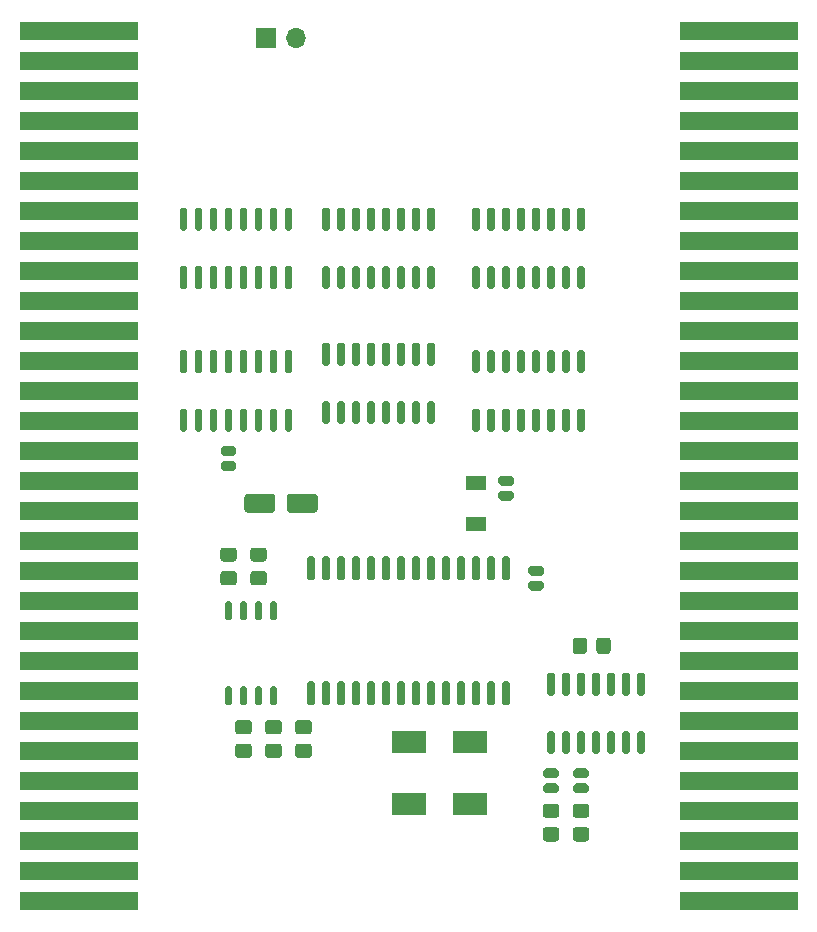
<source format=gbr>
%TF.GenerationSoftware,KiCad,Pcbnew,(5.1.8)-1*%
%TF.CreationDate,2021-03-10T17:43:25+01:00*%
%TF.ProjectId,Nes Sound Expansion,4e657320-536f-4756-9e64-20457870616e,rev?*%
%TF.SameCoordinates,Original*%
%TF.FileFunction,Soldermask,Bot*%
%TF.FilePolarity,Negative*%
%FSLAX46Y46*%
G04 Gerber Fmt 4.6, Leading zero omitted, Abs format (unit mm)*
G04 Created by KiCad (PCBNEW (5.1.8)-1) date 2021-03-10 17:43:25*
%MOMM*%
%LPD*%
G01*
G04 APERTURE LIST*
%ADD10R,10.000000X1.524000*%
%ADD11R,1.700000X1.300000*%
%ADD12R,3.000000X1.980000*%
%ADD13O,1.700000X1.700000*%
%ADD14R,1.700000X1.700000*%
G04 APERTURE END LIST*
D10*
%TO.C,J8*%
X72390000Y-119380000D03*
X72390000Y-116840000D03*
X72390000Y-114300000D03*
X72390000Y-111760000D03*
X72390000Y-109220000D03*
X72390000Y-106680000D03*
X72390000Y-104140000D03*
X72390000Y-101600000D03*
X72390000Y-99060000D03*
X72390000Y-96520000D03*
X72390000Y-93980000D03*
X72390000Y-91440000D03*
X72390000Y-88900000D03*
X72390000Y-86360000D03*
X72390000Y-83820000D03*
X72390000Y-81280000D03*
X72390000Y-78740000D03*
X72390000Y-76200000D03*
X72390000Y-73660000D03*
X72390000Y-71120000D03*
X72390000Y-68580000D03*
X72390000Y-66040000D03*
X72390000Y-63500000D03*
X72390000Y-60960000D03*
X72390000Y-58420000D03*
X72390000Y-55880000D03*
X72390000Y-53340000D03*
X72390000Y-50800000D03*
X72390000Y-48260000D03*
X72390000Y-45720000D03*
%TD*%
%TO.C,J4*%
X128270000Y-119380000D03*
X128270000Y-116840000D03*
X128270000Y-114300000D03*
X128270000Y-111760000D03*
X128270000Y-109220000D03*
X128270000Y-106680000D03*
X128270000Y-104140000D03*
X128270000Y-101600000D03*
X128270000Y-99060000D03*
X128270000Y-96520000D03*
X128270000Y-93980000D03*
X128270000Y-91440000D03*
X128270000Y-88900000D03*
X128270000Y-86360000D03*
X128270000Y-83820000D03*
X128270000Y-81280000D03*
X128270000Y-78740000D03*
X128270000Y-76200000D03*
X128270000Y-73660000D03*
X128270000Y-71120000D03*
X128270000Y-68580000D03*
X128270000Y-66040000D03*
X128270000Y-63500000D03*
X128270000Y-60960000D03*
X128270000Y-58420000D03*
X128270000Y-55880000D03*
X128270000Y-53340000D03*
X128270000Y-50800000D03*
X128270000Y-48260000D03*
X128270000Y-45720000D03*
%TD*%
%TO.C,C1*%
G36*
G01*
X109016250Y-84252500D02*
X108153750Y-84252500D01*
G75*
G02*
X107945000Y-84043750I0J208750D01*
G01*
X107945000Y-83626250D01*
G75*
G02*
X108153750Y-83417500I208750J0D01*
G01*
X109016250Y-83417500D01*
G75*
G02*
X109225000Y-83626250I0J-208750D01*
G01*
X109225000Y-84043750D01*
G75*
G02*
X109016250Y-84252500I-208750J0D01*
G01*
G37*
G36*
G01*
X109016250Y-85507500D02*
X108153750Y-85507500D01*
G75*
G02*
X107945000Y-85298750I0J208750D01*
G01*
X107945000Y-84881250D01*
G75*
G02*
X108153750Y-84672500I208750J0D01*
G01*
X109016250Y-84672500D01*
G75*
G02*
X109225000Y-84881250I0J-208750D01*
G01*
X109225000Y-85298750D01*
G75*
G02*
X109016250Y-85507500I-208750J0D01*
G01*
G37*
%TD*%
%TO.C,C3*%
G36*
G01*
X111963750Y-109422000D02*
X112826250Y-109422000D01*
G75*
G02*
X113035000Y-109630750I0J-208750D01*
G01*
X113035000Y-110048250D01*
G75*
G02*
X112826250Y-110257000I-208750J0D01*
G01*
X111963750Y-110257000D01*
G75*
G02*
X111755000Y-110048250I0J208750D01*
G01*
X111755000Y-109630750D01*
G75*
G02*
X111963750Y-109422000I208750J0D01*
G01*
G37*
G36*
G01*
X111963750Y-108167000D02*
X112826250Y-108167000D01*
G75*
G02*
X113035000Y-108375750I0J-208750D01*
G01*
X113035000Y-108793250D01*
G75*
G02*
X112826250Y-109002000I-208750J0D01*
G01*
X111963750Y-109002000D01*
G75*
G02*
X111755000Y-108793250I0J208750D01*
G01*
X111755000Y-108375750D01*
G75*
G02*
X111963750Y-108167000I208750J0D01*
G01*
G37*
%TD*%
%TO.C,C5*%
G36*
G01*
X110693750Y-92292500D02*
X111556250Y-92292500D01*
G75*
G02*
X111765000Y-92501250I0J-208750D01*
G01*
X111765000Y-92918750D01*
G75*
G02*
X111556250Y-93127500I-208750J0D01*
G01*
X110693750Y-93127500D01*
G75*
G02*
X110485000Y-92918750I0J208750D01*
G01*
X110485000Y-92501250D01*
G75*
G02*
X110693750Y-92292500I208750J0D01*
G01*
G37*
G36*
G01*
X110693750Y-91037500D02*
X111556250Y-91037500D01*
G75*
G02*
X111765000Y-91246250I0J-208750D01*
G01*
X111765000Y-91663750D01*
G75*
G02*
X111556250Y-91872500I-208750J0D01*
G01*
X110693750Y-91872500D01*
G75*
G02*
X110485000Y-91663750I0J208750D01*
G01*
X110485000Y-91246250D01*
G75*
G02*
X110693750Y-91037500I208750J0D01*
G01*
G37*
%TD*%
%TO.C,R5*%
G36*
G01*
X87179999Y-91475000D02*
X88080001Y-91475000D01*
G75*
G02*
X88330000Y-91724999I0J-249999D01*
G01*
X88330000Y-92425001D01*
G75*
G02*
X88080001Y-92675000I-249999J0D01*
G01*
X87179999Y-92675000D01*
G75*
G02*
X86930000Y-92425001I0J249999D01*
G01*
X86930000Y-91724999D01*
G75*
G02*
X87179999Y-91475000I249999J0D01*
G01*
G37*
G36*
G01*
X87179999Y-89475000D02*
X88080001Y-89475000D01*
G75*
G02*
X88330000Y-89724999I0J-249999D01*
G01*
X88330000Y-90425001D01*
G75*
G02*
X88080001Y-90675000I-249999J0D01*
G01*
X87179999Y-90675000D01*
G75*
G02*
X86930000Y-90425001I0J249999D01*
G01*
X86930000Y-89724999D01*
G75*
G02*
X87179999Y-89475000I249999J0D01*
G01*
G37*
%TD*%
%TO.C,R8*%
G36*
G01*
X85540001Y-90675000D02*
X84639999Y-90675000D01*
G75*
G02*
X84390000Y-90425001I0J249999D01*
G01*
X84390000Y-89724999D01*
G75*
G02*
X84639999Y-89475000I249999J0D01*
G01*
X85540001Y-89475000D01*
G75*
G02*
X85790000Y-89724999I0J-249999D01*
G01*
X85790000Y-90425001D01*
G75*
G02*
X85540001Y-90675000I-249999J0D01*
G01*
G37*
G36*
G01*
X85540001Y-92675000D02*
X84639999Y-92675000D01*
G75*
G02*
X84390000Y-92425001I0J249999D01*
G01*
X84390000Y-91724999D01*
G75*
G02*
X84639999Y-91475000I249999J0D01*
G01*
X85540001Y-91475000D01*
G75*
G02*
X85790000Y-91724999I0J-249999D01*
G01*
X85790000Y-92425001D01*
G75*
G02*
X85540001Y-92675000I-249999J0D01*
G01*
G37*
%TD*%
%TO.C,C4*%
G36*
G01*
X114503750Y-109422000D02*
X115366250Y-109422000D01*
G75*
G02*
X115575000Y-109630750I0J-208750D01*
G01*
X115575000Y-110048250D01*
G75*
G02*
X115366250Y-110257000I-208750J0D01*
G01*
X114503750Y-110257000D01*
G75*
G02*
X114295000Y-110048250I0J208750D01*
G01*
X114295000Y-109630750D01*
G75*
G02*
X114503750Y-109422000I208750J0D01*
G01*
G37*
G36*
G01*
X114503750Y-108167000D02*
X115366250Y-108167000D01*
G75*
G02*
X115575000Y-108375750I0J-208750D01*
G01*
X115575000Y-108793250D01*
G75*
G02*
X115366250Y-109002000I-208750J0D01*
G01*
X114503750Y-109002000D01*
G75*
G02*
X114295000Y-108793250I0J208750D01*
G01*
X114295000Y-108375750D01*
G75*
G02*
X114503750Y-108167000I208750J0D01*
G01*
G37*
%TD*%
%TO.C,C2*%
G36*
G01*
X90035000Y-86275000D02*
X90035000Y-85175000D01*
G75*
G02*
X90285000Y-84925000I250000J0D01*
G01*
X92385000Y-84925000D01*
G75*
G02*
X92635000Y-85175000I0J-250000D01*
G01*
X92635000Y-86275000D01*
G75*
G02*
X92385000Y-86525000I-250000J0D01*
G01*
X90285000Y-86525000D01*
G75*
G02*
X90035000Y-86275000I0J250000D01*
G01*
G37*
G36*
G01*
X86435000Y-86275000D02*
X86435000Y-85175000D01*
G75*
G02*
X86685000Y-84925000I250000J0D01*
G01*
X88785000Y-84925000D01*
G75*
G02*
X89035000Y-85175000I0J-250000D01*
G01*
X89035000Y-86275000D01*
G75*
G02*
X88785000Y-86525000I-250000J0D01*
G01*
X86685000Y-86525000D01*
G75*
G02*
X86435000Y-86275000I0J250000D01*
G01*
G37*
%TD*%
%TO.C,BU9480F1*%
G36*
G01*
X84940000Y-101225000D02*
X85240000Y-101225000D01*
G75*
G02*
X85390000Y-101375000I0J-150000D01*
G01*
X85390000Y-102675000D01*
G75*
G02*
X85240000Y-102825000I-150000J0D01*
G01*
X84940000Y-102825000D01*
G75*
G02*
X84790000Y-102675000I0J150000D01*
G01*
X84790000Y-101375000D01*
G75*
G02*
X84940000Y-101225000I150000J0D01*
G01*
G37*
G36*
G01*
X86210000Y-101225000D02*
X86510000Y-101225000D01*
G75*
G02*
X86660000Y-101375000I0J-150000D01*
G01*
X86660000Y-102675000D01*
G75*
G02*
X86510000Y-102825000I-150000J0D01*
G01*
X86210000Y-102825000D01*
G75*
G02*
X86060000Y-102675000I0J150000D01*
G01*
X86060000Y-101375000D01*
G75*
G02*
X86210000Y-101225000I150000J0D01*
G01*
G37*
G36*
G01*
X87480000Y-101225000D02*
X87780000Y-101225000D01*
G75*
G02*
X87930000Y-101375000I0J-150000D01*
G01*
X87930000Y-102675000D01*
G75*
G02*
X87780000Y-102825000I-150000J0D01*
G01*
X87480000Y-102825000D01*
G75*
G02*
X87330000Y-102675000I0J150000D01*
G01*
X87330000Y-101375000D01*
G75*
G02*
X87480000Y-101225000I150000J0D01*
G01*
G37*
G36*
G01*
X88750000Y-101225000D02*
X89050000Y-101225000D01*
G75*
G02*
X89200000Y-101375000I0J-150000D01*
G01*
X89200000Y-102675000D01*
G75*
G02*
X89050000Y-102825000I-150000J0D01*
G01*
X88750000Y-102825000D01*
G75*
G02*
X88600000Y-102675000I0J150000D01*
G01*
X88600000Y-101375000D01*
G75*
G02*
X88750000Y-101225000I150000J0D01*
G01*
G37*
G36*
G01*
X88750000Y-94025000D02*
X89050000Y-94025000D01*
G75*
G02*
X89200000Y-94175000I0J-150000D01*
G01*
X89200000Y-95475000D01*
G75*
G02*
X89050000Y-95625000I-150000J0D01*
G01*
X88750000Y-95625000D01*
G75*
G02*
X88600000Y-95475000I0J150000D01*
G01*
X88600000Y-94175000D01*
G75*
G02*
X88750000Y-94025000I150000J0D01*
G01*
G37*
G36*
G01*
X87480000Y-94025000D02*
X87780000Y-94025000D01*
G75*
G02*
X87930000Y-94175000I0J-150000D01*
G01*
X87930000Y-95475000D01*
G75*
G02*
X87780000Y-95625000I-150000J0D01*
G01*
X87480000Y-95625000D01*
G75*
G02*
X87330000Y-95475000I0J150000D01*
G01*
X87330000Y-94175000D01*
G75*
G02*
X87480000Y-94025000I150000J0D01*
G01*
G37*
G36*
G01*
X86210000Y-94025000D02*
X86510000Y-94025000D01*
G75*
G02*
X86660000Y-94175000I0J-150000D01*
G01*
X86660000Y-95475000D01*
G75*
G02*
X86510000Y-95625000I-150000J0D01*
G01*
X86210000Y-95625000D01*
G75*
G02*
X86060000Y-95475000I0J150000D01*
G01*
X86060000Y-94175000D01*
G75*
G02*
X86210000Y-94025000I150000J0D01*
G01*
G37*
G36*
G01*
X84940000Y-94025000D02*
X85240000Y-94025000D01*
G75*
G02*
X85390000Y-94175000I0J-150000D01*
G01*
X85390000Y-95475000D01*
G75*
G02*
X85240000Y-95625000I-150000J0D01*
G01*
X84940000Y-95625000D01*
G75*
G02*
X84790000Y-95475000I0J150000D01*
G01*
X84790000Y-94175000D01*
G75*
G02*
X84940000Y-94025000I150000J0D01*
G01*
G37*
%TD*%
%TO.C,U2*%
G36*
G01*
X120165000Y-102005000D02*
X119865000Y-102005000D01*
G75*
G02*
X119715000Y-101855000I0J150000D01*
G01*
X119715000Y-100205000D01*
G75*
G02*
X119865000Y-100055000I150000J0D01*
G01*
X120165000Y-100055000D01*
G75*
G02*
X120315000Y-100205000I0J-150000D01*
G01*
X120315000Y-101855000D01*
G75*
G02*
X120165000Y-102005000I-150000J0D01*
G01*
G37*
G36*
G01*
X118895000Y-102005000D02*
X118595000Y-102005000D01*
G75*
G02*
X118445000Y-101855000I0J150000D01*
G01*
X118445000Y-100205000D01*
G75*
G02*
X118595000Y-100055000I150000J0D01*
G01*
X118895000Y-100055000D01*
G75*
G02*
X119045000Y-100205000I0J-150000D01*
G01*
X119045000Y-101855000D01*
G75*
G02*
X118895000Y-102005000I-150000J0D01*
G01*
G37*
G36*
G01*
X117625000Y-102005000D02*
X117325000Y-102005000D01*
G75*
G02*
X117175000Y-101855000I0J150000D01*
G01*
X117175000Y-100205000D01*
G75*
G02*
X117325000Y-100055000I150000J0D01*
G01*
X117625000Y-100055000D01*
G75*
G02*
X117775000Y-100205000I0J-150000D01*
G01*
X117775000Y-101855000D01*
G75*
G02*
X117625000Y-102005000I-150000J0D01*
G01*
G37*
G36*
G01*
X116355000Y-102005000D02*
X116055000Y-102005000D01*
G75*
G02*
X115905000Y-101855000I0J150000D01*
G01*
X115905000Y-100205000D01*
G75*
G02*
X116055000Y-100055000I150000J0D01*
G01*
X116355000Y-100055000D01*
G75*
G02*
X116505000Y-100205000I0J-150000D01*
G01*
X116505000Y-101855000D01*
G75*
G02*
X116355000Y-102005000I-150000J0D01*
G01*
G37*
G36*
G01*
X115085000Y-102005000D02*
X114785000Y-102005000D01*
G75*
G02*
X114635000Y-101855000I0J150000D01*
G01*
X114635000Y-100205000D01*
G75*
G02*
X114785000Y-100055000I150000J0D01*
G01*
X115085000Y-100055000D01*
G75*
G02*
X115235000Y-100205000I0J-150000D01*
G01*
X115235000Y-101855000D01*
G75*
G02*
X115085000Y-102005000I-150000J0D01*
G01*
G37*
G36*
G01*
X113815000Y-102005000D02*
X113515000Y-102005000D01*
G75*
G02*
X113365000Y-101855000I0J150000D01*
G01*
X113365000Y-100205000D01*
G75*
G02*
X113515000Y-100055000I150000J0D01*
G01*
X113815000Y-100055000D01*
G75*
G02*
X113965000Y-100205000I0J-150000D01*
G01*
X113965000Y-101855000D01*
G75*
G02*
X113815000Y-102005000I-150000J0D01*
G01*
G37*
G36*
G01*
X112545000Y-102005000D02*
X112245000Y-102005000D01*
G75*
G02*
X112095000Y-101855000I0J150000D01*
G01*
X112095000Y-100205000D01*
G75*
G02*
X112245000Y-100055000I150000J0D01*
G01*
X112545000Y-100055000D01*
G75*
G02*
X112695000Y-100205000I0J-150000D01*
G01*
X112695000Y-101855000D01*
G75*
G02*
X112545000Y-102005000I-150000J0D01*
G01*
G37*
G36*
G01*
X112545000Y-106955000D02*
X112245000Y-106955000D01*
G75*
G02*
X112095000Y-106805000I0J150000D01*
G01*
X112095000Y-105155000D01*
G75*
G02*
X112245000Y-105005000I150000J0D01*
G01*
X112545000Y-105005000D01*
G75*
G02*
X112695000Y-105155000I0J-150000D01*
G01*
X112695000Y-106805000D01*
G75*
G02*
X112545000Y-106955000I-150000J0D01*
G01*
G37*
G36*
G01*
X113815000Y-106955000D02*
X113515000Y-106955000D01*
G75*
G02*
X113365000Y-106805000I0J150000D01*
G01*
X113365000Y-105155000D01*
G75*
G02*
X113515000Y-105005000I150000J0D01*
G01*
X113815000Y-105005000D01*
G75*
G02*
X113965000Y-105155000I0J-150000D01*
G01*
X113965000Y-106805000D01*
G75*
G02*
X113815000Y-106955000I-150000J0D01*
G01*
G37*
G36*
G01*
X115085000Y-106955000D02*
X114785000Y-106955000D01*
G75*
G02*
X114635000Y-106805000I0J150000D01*
G01*
X114635000Y-105155000D01*
G75*
G02*
X114785000Y-105005000I150000J0D01*
G01*
X115085000Y-105005000D01*
G75*
G02*
X115235000Y-105155000I0J-150000D01*
G01*
X115235000Y-106805000D01*
G75*
G02*
X115085000Y-106955000I-150000J0D01*
G01*
G37*
G36*
G01*
X116355000Y-106955000D02*
X116055000Y-106955000D01*
G75*
G02*
X115905000Y-106805000I0J150000D01*
G01*
X115905000Y-105155000D01*
G75*
G02*
X116055000Y-105005000I150000J0D01*
G01*
X116355000Y-105005000D01*
G75*
G02*
X116505000Y-105155000I0J-150000D01*
G01*
X116505000Y-106805000D01*
G75*
G02*
X116355000Y-106955000I-150000J0D01*
G01*
G37*
G36*
G01*
X117625000Y-106955000D02*
X117325000Y-106955000D01*
G75*
G02*
X117175000Y-106805000I0J150000D01*
G01*
X117175000Y-105155000D01*
G75*
G02*
X117325000Y-105005000I150000J0D01*
G01*
X117625000Y-105005000D01*
G75*
G02*
X117775000Y-105155000I0J-150000D01*
G01*
X117775000Y-106805000D01*
G75*
G02*
X117625000Y-106955000I-150000J0D01*
G01*
G37*
G36*
G01*
X118895000Y-106955000D02*
X118595000Y-106955000D01*
G75*
G02*
X118445000Y-106805000I0J150000D01*
G01*
X118445000Y-105155000D01*
G75*
G02*
X118595000Y-105005000I150000J0D01*
G01*
X118895000Y-105005000D01*
G75*
G02*
X119045000Y-105155000I0J-150000D01*
G01*
X119045000Y-106805000D01*
G75*
G02*
X118895000Y-106955000I-150000J0D01*
G01*
G37*
G36*
G01*
X120165000Y-106955000D02*
X119865000Y-106955000D01*
G75*
G02*
X119715000Y-106805000I0J150000D01*
G01*
X119715000Y-105155000D01*
G75*
G02*
X119865000Y-105005000I150000J0D01*
G01*
X120165000Y-105005000D01*
G75*
G02*
X120315000Y-105155000I0J-150000D01*
G01*
X120315000Y-106805000D01*
G75*
G02*
X120165000Y-106955000I-150000J0D01*
G01*
G37*
%TD*%
%TO.C,U10*%
G36*
G01*
X115085000Y-62635000D02*
X114785000Y-62635000D01*
G75*
G02*
X114635000Y-62485000I0J150000D01*
G01*
X114635000Y-60835000D01*
G75*
G02*
X114785000Y-60685000I150000J0D01*
G01*
X115085000Y-60685000D01*
G75*
G02*
X115235000Y-60835000I0J-150000D01*
G01*
X115235000Y-62485000D01*
G75*
G02*
X115085000Y-62635000I-150000J0D01*
G01*
G37*
G36*
G01*
X113815000Y-62635000D02*
X113515000Y-62635000D01*
G75*
G02*
X113365000Y-62485000I0J150000D01*
G01*
X113365000Y-60835000D01*
G75*
G02*
X113515000Y-60685000I150000J0D01*
G01*
X113815000Y-60685000D01*
G75*
G02*
X113965000Y-60835000I0J-150000D01*
G01*
X113965000Y-62485000D01*
G75*
G02*
X113815000Y-62635000I-150000J0D01*
G01*
G37*
G36*
G01*
X112545000Y-62635000D02*
X112245000Y-62635000D01*
G75*
G02*
X112095000Y-62485000I0J150000D01*
G01*
X112095000Y-60835000D01*
G75*
G02*
X112245000Y-60685000I150000J0D01*
G01*
X112545000Y-60685000D01*
G75*
G02*
X112695000Y-60835000I0J-150000D01*
G01*
X112695000Y-62485000D01*
G75*
G02*
X112545000Y-62635000I-150000J0D01*
G01*
G37*
G36*
G01*
X111275000Y-62635000D02*
X110975000Y-62635000D01*
G75*
G02*
X110825000Y-62485000I0J150000D01*
G01*
X110825000Y-60835000D01*
G75*
G02*
X110975000Y-60685000I150000J0D01*
G01*
X111275000Y-60685000D01*
G75*
G02*
X111425000Y-60835000I0J-150000D01*
G01*
X111425000Y-62485000D01*
G75*
G02*
X111275000Y-62635000I-150000J0D01*
G01*
G37*
G36*
G01*
X110005000Y-62635000D02*
X109705000Y-62635000D01*
G75*
G02*
X109555000Y-62485000I0J150000D01*
G01*
X109555000Y-60835000D01*
G75*
G02*
X109705000Y-60685000I150000J0D01*
G01*
X110005000Y-60685000D01*
G75*
G02*
X110155000Y-60835000I0J-150000D01*
G01*
X110155000Y-62485000D01*
G75*
G02*
X110005000Y-62635000I-150000J0D01*
G01*
G37*
G36*
G01*
X108735000Y-62635000D02*
X108435000Y-62635000D01*
G75*
G02*
X108285000Y-62485000I0J150000D01*
G01*
X108285000Y-60835000D01*
G75*
G02*
X108435000Y-60685000I150000J0D01*
G01*
X108735000Y-60685000D01*
G75*
G02*
X108885000Y-60835000I0J-150000D01*
G01*
X108885000Y-62485000D01*
G75*
G02*
X108735000Y-62635000I-150000J0D01*
G01*
G37*
G36*
G01*
X107465000Y-62635000D02*
X107165000Y-62635000D01*
G75*
G02*
X107015000Y-62485000I0J150000D01*
G01*
X107015000Y-60835000D01*
G75*
G02*
X107165000Y-60685000I150000J0D01*
G01*
X107465000Y-60685000D01*
G75*
G02*
X107615000Y-60835000I0J-150000D01*
G01*
X107615000Y-62485000D01*
G75*
G02*
X107465000Y-62635000I-150000J0D01*
G01*
G37*
G36*
G01*
X106195000Y-62635000D02*
X105895000Y-62635000D01*
G75*
G02*
X105745000Y-62485000I0J150000D01*
G01*
X105745000Y-60835000D01*
G75*
G02*
X105895000Y-60685000I150000J0D01*
G01*
X106195000Y-60685000D01*
G75*
G02*
X106345000Y-60835000I0J-150000D01*
G01*
X106345000Y-62485000D01*
G75*
G02*
X106195000Y-62635000I-150000J0D01*
G01*
G37*
G36*
G01*
X106195000Y-67585000D02*
X105895000Y-67585000D01*
G75*
G02*
X105745000Y-67435000I0J150000D01*
G01*
X105745000Y-65785000D01*
G75*
G02*
X105895000Y-65635000I150000J0D01*
G01*
X106195000Y-65635000D01*
G75*
G02*
X106345000Y-65785000I0J-150000D01*
G01*
X106345000Y-67435000D01*
G75*
G02*
X106195000Y-67585000I-150000J0D01*
G01*
G37*
G36*
G01*
X107465000Y-67585000D02*
X107165000Y-67585000D01*
G75*
G02*
X107015000Y-67435000I0J150000D01*
G01*
X107015000Y-65785000D01*
G75*
G02*
X107165000Y-65635000I150000J0D01*
G01*
X107465000Y-65635000D01*
G75*
G02*
X107615000Y-65785000I0J-150000D01*
G01*
X107615000Y-67435000D01*
G75*
G02*
X107465000Y-67585000I-150000J0D01*
G01*
G37*
G36*
G01*
X108735000Y-67585000D02*
X108435000Y-67585000D01*
G75*
G02*
X108285000Y-67435000I0J150000D01*
G01*
X108285000Y-65785000D01*
G75*
G02*
X108435000Y-65635000I150000J0D01*
G01*
X108735000Y-65635000D01*
G75*
G02*
X108885000Y-65785000I0J-150000D01*
G01*
X108885000Y-67435000D01*
G75*
G02*
X108735000Y-67585000I-150000J0D01*
G01*
G37*
G36*
G01*
X110005000Y-67585000D02*
X109705000Y-67585000D01*
G75*
G02*
X109555000Y-67435000I0J150000D01*
G01*
X109555000Y-65785000D01*
G75*
G02*
X109705000Y-65635000I150000J0D01*
G01*
X110005000Y-65635000D01*
G75*
G02*
X110155000Y-65785000I0J-150000D01*
G01*
X110155000Y-67435000D01*
G75*
G02*
X110005000Y-67585000I-150000J0D01*
G01*
G37*
G36*
G01*
X111275000Y-67585000D02*
X110975000Y-67585000D01*
G75*
G02*
X110825000Y-67435000I0J150000D01*
G01*
X110825000Y-65785000D01*
G75*
G02*
X110975000Y-65635000I150000J0D01*
G01*
X111275000Y-65635000D01*
G75*
G02*
X111425000Y-65785000I0J-150000D01*
G01*
X111425000Y-67435000D01*
G75*
G02*
X111275000Y-67585000I-150000J0D01*
G01*
G37*
G36*
G01*
X112545000Y-67585000D02*
X112245000Y-67585000D01*
G75*
G02*
X112095000Y-67435000I0J150000D01*
G01*
X112095000Y-65785000D01*
G75*
G02*
X112245000Y-65635000I150000J0D01*
G01*
X112545000Y-65635000D01*
G75*
G02*
X112695000Y-65785000I0J-150000D01*
G01*
X112695000Y-67435000D01*
G75*
G02*
X112545000Y-67585000I-150000J0D01*
G01*
G37*
G36*
G01*
X113815000Y-67585000D02*
X113515000Y-67585000D01*
G75*
G02*
X113365000Y-67435000I0J150000D01*
G01*
X113365000Y-65785000D01*
G75*
G02*
X113515000Y-65635000I150000J0D01*
G01*
X113815000Y-65635000D01*
G75*
G02*
X113965000Y-65785000I0J-150000D01*
G01*
X113965000Y-67435000D01*
G75*
G02*
X113815000Y-67585000I-150000J0D01*
G01*
G37*
G36*
G01*
X115085000Y-67585000D02*
X114785000Y-67585000D01*
G75*
G02*
X114635000Y-67435000I0J150000D01*
G01*
X114635000Y-65785000D01*
G75*
G02*
X114785000Y-65635000I150000J0D01*
G01*
X115085000Y-65635000D01*
G75*
G02*
X115235000Y-65785000I0J-150000D01*
G01*
X115235000Y-67435000D01*
G75*
G02*
X115085000Y-67585000I-150000J0D01*
G01*
G37*
%TD*%
%TO.C,U1*%
G36*
G01*
X115085000Y-74700000D02*
X114785000Y-74700000D01*
G75*
G02*
X114635000Y-74550000I0J150000D01*
G01*
X114635000Y-72900000D01*
G75*
G02*
X114785000Y-72750000I150000J0D01*
G01*
X115085000Y-72750000D01*
G75*
G02*
X115235000Y-72900000I0J-150000D01*
G01*
X115235000Y-74550000D01*
G75*
G02*
X115085000Y-74700000I-150000J0D01*
G01*
G37*
G36*
G01*
X113815000Y-74700000D02*
X113515000Y-74700000D01*
G75*
G02*
X113365000Y-74550000I0J150000D01*
G01*
X113365000Y-72900000D01*
G75*
G02*
X113515000Y-72750000I150000J0D01*
G01*
X113815000Y-72750000D01*
G75*
G02*
X113965000Y-72900000I0J-150000D01*
G01*
X113965000Y-74550000D01*
G75*
G02*
X113815000Y-74700000I-150000J0D01*
G01*
G37*
G36*
G01*
X112545000Y-74700000D02*
X112245000Y-74700000D01*
G75*
G02*
X112095000Y-74550000I0J150000D01*
G01*
X112095000Y-72900000D01*
G75*
G02*
X112245000Y-72750000I150000J0D01*
G01*
X112545000Y-72750000D01*
G75*
G02*
X112695000Y-72900000I0J-150000D01*
G01*
X112695000Y-74550000D01*
G75*
G02*
X112545000Y-74700000I-150000J0D01*
G01*
G37*
G36*
G01*
X111275000Y-74700000D02*
X110975000Y-74700000D01*
G75*
G02*
X110825000Y-74550000I0J150000D01*
G01*
X110825000Y-72900000D01*
G75*
G02*
X110975000Y-72750000I150000J0D01*
G01*
X111275000Y-72750000D01*
G75*
G02*
X111425000Y-72900000I0J-150000D01*
G01*
X111425000Y-74550000D01*
G75*
G02*
X111275000Y-74700000I-150000J0D01*
G01*
G37*
G36*
G01*
X110005000Y-74700000D02*
X109705000Y-74700000D01*
G75*
G02*
X109555000Y-74550000I0J150000D01*
G01*
X109555000Y-72900000D01*
G75*
G02*
X109705000Y-72750000I150000J0D01*
G01*
X110005000Y-72750000D01*
G75*
G02*
X110155000Y-72900000I0J-150000D01*
G01*
X110155000Y-74550000D01*
G75*
G02*
X110005000Y-74700000I-150000J0D01*
G01*
G37*
G36*
G01*
X108735000Y-74700000D02*
X108435000Y-74700000D01*
G75*
G02*
X108285000Y-74550000I0J150000D01*
G01*
X108285000Y-72900000D01*
G75*
G02*
X108435000Y-72750000I150000J0D01*
G01*
X108735000Y-72750000D01*
G75*
G02*
X108885000Y-72900000I0J-150000D01*
G01*
X108885000Y-74550000D01*
G75*
G02*
X108735000Y-74700000I-150000J0D01*
G01*
G37*
G36*
G01*
X107465000Y-74700000D02*
X107165000Y-74700000D01*
G75*
G02*
X107015000Y-74550000I0J150000D01*
G01*
X107015000Y-72900000D01*
G75*
G02*
X107165000Y-72750000I150000J0D01*
G01*
X107465000Y-72750000D01*
G75*
G02*
X107615000Y-72900000I0J-150000D01*
G01*
X107615000Y-74550000D01*
G75*
G02*
X107465000Y-74700000I-150000J0D01*
G01*
G37*
G36*
G01*
X106195000Y-74700000D02*
X105895000Y-74700000D01*
G75*
G02*
X105745000Y-74550000I0J150000D01*
G01*
X105745000Y-72900000D01*
G75*
G02*
X105895000Y-72750000I150000J0D01*
G01*
X106195000Y-72750000D01*
G75*
G02*
X106345000Y-72900000I0J-150000D01*
G01*
X106345000Y-74550000D01*
G75*
G02*
X106195000Y-74700000I-150000J0D01*
G01*
G37*
G36*
G01*
X106195000Y-79650000D02*
X105895000Y-79650000D01*
G75*
G02*
X105745000Y-79500000I0J150000D01*
G01*
X105745000Y-77850000D01*
G75*
G02*
X105895000Y-77700000I150000J0D01*
G01*
X106195000Y-77700000D01*
G75*
G02*
X106345000Y-77850000I0J-150000D01*
G01*
X106345000Y-79500000D01*
G75*
G02*
X106195000Y-79650000I-150000J0D01*
G01*
G37*
G36*
G01*
X107465000Y-79650000D02*
X107165000Y-79650000D01*
G75*
G02*
X107015000Y-79500000I0J150000D01*
G01*
X107015000Y-77850000D01*
G75*
G02*
X107165000Y-77700000I150000J0D01*
G01*
X107465000Y-77700000D01*
G75*
G02*
X107615000Y-77850000I0J-150000D01*
G01*
X107615000Y-79500000D01*
G75*
G02*
X107465000Y-79650000I-150000J0D01*
G01*
G37*
G36*
G01*
X108735000Y-79650000D02*
X108435000Y-79650000D01*
G75*
G02*
X108285000Y-79500000I0J150000D01*
G01*
X108285000Y-77850000D01*
G75*
G02*
X108435000Y-77700000I150000J0D01*
G01*
X108735000Y-77700000D01*
G75*
G02*
X108885000Y-77850000I0J-150000D01*
G01*
X108885000Y-79500000D01*
G75*
G02*
X108735000Y-79650000I-150000J0D01*
G01*
G37*
G36*
G01*
X110005000Y-79650000D02*
X109705000Y-79650000D01*
G75*
G02*
X109555000Y-79500000I0J150000D01*
G01*
X109555000Y-77850000D01*
G75*
G02*
X109705000Y-77700000I150000J0D01*
G01*
X110005000Y-77700000D01*
G75*
G02*
X110155000Y-77850000I0J-150000D01*
G01*
X110155000Y-79500000D01*
G75*
G02*
X110005000Y-79650000I-150000J0D01*
G01*
G37*
G36*
G01*
X111275000Y-79650000D02*
X110975000Y-79650000D01*
G75*
G02*
X110825000Y-79500000I0J150000D01*
G01*
X110825000Y-77850000D01*
G75*
G02*
X110975000Y-77700000I150000J0D01*
G01*
X111275000Y-77700000D01*
G75*
G02*
X111425000Y-77850000I0J-150000D01*
G01*
X111425000Y-79500000D01*
G75*
G02*
X111275000Y-79650000I-150000J0D01*
G01*
G37*
G36*
G01*
X112545000Y-79650000D02*
X112245000Y-79650000D01*
G75*
G02*
X112095000Y-79500000I0J150000D01*
G01*
X112095000Y-77850000D01*
G75*
G02*
X112245000Y-77700000I150000J0D01*
G01*
X112545000Y-77700000D01*
G75*
G02*
X112695000Y-77850000I0J-150000D01*
G01*
X112695000Y-79500000D01*
G75*
G02*
X112545000Y-79650000I-150000J0D01*
G01*
G37*
G36*
G01*
X113815000Y-79650000D02*
X113515000Y-79650000D01*
G75*
G02*
X113365000Y-79500000I0J150000D01*
G01*
X113365000Y-77850000D01*
G75*
G02*
X113515000Y-77700000I150000J0D01*
G01*
X113815000Y-77700000D01*
G75*
G02*
X113965000Y-77850000I0J-150000D01*
G01*
X113965000Y-79500000D01*
G75*
G02*
X113815000Y-79650000I-150000J0D01*
G01*
G37*
G36*
G01*
X115085000Y-79650000D02*
X114785000Y-79650000D01*
G75*
G02*
X114635000Y-79500000I0J150000D01*
G01*
X114635000Y-77850000D01*
G75*
G02*
X114785000Y-77700000I150000J0D01*
G01*
X115085000Y-77700000D01*
G75*
G02*
X115235000Y-77850000I0J-150000D01*
G01*
X115235000Y-79500000D01*
G75*
G02*
X115085000Y-79650000I-150000J0D01*
G01*
G37*
%TD*%
%TO.C,U9*%
G36*
G01*
X81130000Y-77700000D02*
X81430000Y-77700000D01*
G75*
G02*
X81580000Y-77850000I0J-150000D01*
G01*
X81580000Y-79500000D01*
G75*
G02*
X81430000Y-79650000I-150000J0D01*
G01*
X81130000Y-79650000D01*
G75*
G02*
X80980000Y-79500000I0J150000D01*
G01*
X80980000Y-77850000D01*
G75*
G02*
X81130000Y-77700000I150000J0D01*
G01*
G37*
G36*
G01*
X82400000Y-77700000D02*
X82700000Y-77700000D01*
G75*
G02*
X82850000Y-77850000I0J-150000D01*
G01*
X82850000Y-79500000D01*
G75*
G02*
X82700000Y-79650000I-150000J0D01*
G01*
X82400000Y-79650000D01*
G75*
G02*
X82250000Y-79500000I0J150000D01*
G01*
X82250000Y-77850000D01*
G75*
G02*
X82400000Y-77700000I150000J0D01*
G01*
G37*
G36*
G01*
X83670000Y-77700000D02*
X83970000Y-77700000D01*
G75*
G02*
X84120000Y-77850000I0J-150000D01*
G01*
X84120000Y-79500000D01*
G75*
G02*
X83970000Y-79650000I-150000J0D01*
G01*
X83670000Y-79650000D01*
G75*
G02*
X83520000Y-79500000I0J150000D01*
G01*
X83520000Y-77850000D01*
G75*
G02*
X83670000Y-77700000I150000J0D01*
G01*
G37*
G36*
G01*
X84940000Y-77700000D02*
X85240000Y-77700000D01*
G75*
G02*
X85390000Y-77850000I0J-150000D01*
G01*
X85390000Y-79500000D01*
G75*
G02*
X85240000Y-79650000I-150000J0D01*
G01*
X84940000Y-79650000D01*
G75*
G02*
X84790000Y-79500000I0J150000D01*
G01*
X84790000Y-77850000D01*
G75*
G02*
X84940000Y-77700000I150000J0D01*
G01*
G37*
G36*
G01*
X86210000Y-77700000D02*
X86510000Y-77700000D01*
G75*
G02*
X86660000Y-77850000I0J-150000D01*
G01*
X86660000Y-79500000D01*
G75*
G02*
X86510000Y-79650000I-150000J0D01*
G01*
X86210000Y-79650000D01*
G75*
G02*
X86060000Y-79500000I0J150000D01*
G01*
X86060000Y-77850000D01*
G75*
G02*
X86210000Y-77700000I150000J0D01*
G01*
G37*
G36*
G01*
X87480000Y-77700000D02*
X87780000Y-77700000D01*
G75*
G02*
X87930000Y-77850000I0J-150000D01*
G01*
X87930000Y-79500000D01*
G75*
G02*
X87780000Y-79650000I-150000J0D01*
G01*
X87480000Y-79650000D01*
G75*
G02*
X87330000Y-79500000I0J150000D01*
G01*
X87330000Y-77850000D01*
G75*
G02*
X87480000Y-77700000I150000J0D01*
G01*
G37*
G36*
G01*
X88750000Y-77700000D02*
X89050000Y-77700000D01*
G75*
G02*
X89200000Y-77850000I0J-150000D01*
G01*
X89200000Y-79500000D01*
G75*
G02*
X89050000Y-79650000I-150000J0D01*
G01*
X88750000Y-79650000D01*
G75*
G02*
X88600000Y-79500000I0J150000D01*
G01*
X88600000Y-77850000D01*
G75*
G02*
X88750000Y-77700000I150000J0D01*
G01*
G37*
G36*
G01*
X90020000Y-77700000D02*
X90320000Y-77700000D01*
G75*
G02*
X90470000Y-77850000I0J-150000D01*
G01*
X90470000Y-79500000D01*
G75*
G02*
X90320000Y-79650000I-150000J0D01*
G01*
X90020000Y-79650000D01*
G75*
G02*
X89870000Y-79500000I0J150000D01*
G01*
X89870000Y-77850000D01*
G75*
G02*
X90020000Y-77700000I150000J0D01*
G01*
G37*
G36*
G01*
X90020000Y-72750000D02*
X90320000Y-72750000D01*
G75*
G02*
X90470000Y-72900000I0J-150000D01*
G01*
X90470000Y-74550000D01*
G75*
G02*
X90320000Y-74700000I-150000J0D01*
G01*
X90020000Y-74700000D01*
G75*
G02*
X89870000Y-74550000I0J150000D01*
G01*
X89870000Y-72900000D01*
G75*
G02*
X90020000Y-72750000I150000J0D01*
G01*
G37*
G36*
G01*
X88750000Y-72750000D02*
X89050000Y-72750000D01*
G75*
G02*
X89200000Y-72900000I0J-150000D01*
G01*
X89200000Y-74550000D01*
G75*
G02*
X89050000Y-74700000I-150000J0D01*
G01*
X88750000Y-74700000D01*
G75*
G02*
X88600000Y-74550000I0J150000D01*
G01*
X88600000Y-72900000D01*
G75*
G02*
X88750000Y-72750000I150000J0D01*
G01*
G37*
G36*
G01*
X87480000Y-72750000D02*
X87780000Y-72750000D01*
G75*
G02*
X87930000Y-72900000I0J-150000D01*
G01*
X87930000Y-74550000D01*
G75*
G02*
X87780000Y-74700000I-150000J0D01*
G01*
X87480000Y-74700000D01*
G75*
G02*
X87330000Y-74550000I0J150000D01*
G01*
X87330000Y-72900000D01*
G75*
G02*
X87480000Y-72750000I150000J0D01*
G01*
G37*
G36*
G01*
X86210000Y-72750000D02*
X86510000Y-72750000D01*
G75*
G02*
X86660000Y-72900000I0J-150000D01*
G01*
X86660000Y-74550000D01*
G75*
G02*
X86510000Y-74700000I-150000J0D01*
G01*
X86210000Y-74700000D01*
G75*
G02*
X86060000Y-74550000I0J150000D01*
G01*
X86060000Y-72900000D01*
G75*
G02*
X86210000Y-72750000I150000J0D01*
G01*
G37*
G36*
G01*
X84940000Y-72750000D02*
X85240000Y-72750000D01*
G75*
G02*
X85390000Y-72900000I0J-150000D01*
G01*
X85390000Y-74550000D01*
G75*
G02*
X85240000Y-74700000I-150000J0D01*
G01*
X84940000Y-74700000D01*
G75*
G02*
X84790000Y-74550000I0J150000D01*
G01*
X84790000Y-72900000D01*
G75*
G02*
X84940000Y-72750000I150000J0D01*
G01*
G37*
G36*
G01*
X83670000Y-72750000D02*
X83970000Y-72750000D01*
G75*
G02*
X84120000Y-72900000I0J-150000D01*
G01*
X84120000Y-74550000D01*
G75*
G02*
X83970000Y-74700000I-150000J0D01*
G01*
X83670000Y-74700000D01*
G75*
G02*
X83520000Y-74550000I0J150000D01*
G01*
X83520000Y-72900000D01*
G75*
G02*
X83670000Y-72750000I150000J0D01*
G01*
G37*
G36*
G01*
X82400000Y-72750000D02*
X82700000Y-72750000D01*
G75*
G02*
X82850000Y-72900000I0J-150000D01*
G01*
X82850000Y-74550000D01*
G75*
G02*
X82700000Y-74700000I-150000J0D01*
G01*
X82400000Y-74700000D01*
G75*
G02*
X82250000Y-74550000I0J150000D01*
G01*
X82250000Y-72900000D01*
G75*
G02*
X82400000Y-72750000I150000J0D01*
G01*
G37*
G36*
G01*
X81130000Y-72750000D02*
X81430000Y-72750000D01*
G75*
G02*
X81580000Y-72900000I0J-150000D01*
G01*
X81580000Y-74550000D01*
G75*
G02*
X81430000Y-74700000I-150000J0D01*
G01*
X81130000Y-74700000D01*
G75*
G02*
X80980000Y-74550000I0J150000D01*
G01*
X80980000Y-72900000D01*
G75*
G02*
X81130000Y-72750000I150000J0D01*
G01*
G37*
%TD*%
%TO.C,U8*%
G36*
G01*
X93195000Y-77065000D02*
X93495000Y-77065000D01*
G75*
G02*
X93645000Y-77215000I0J-150000D01*
G01*
X93645000Y-78865000D01*
G75*
G02*
X93495000Y-79015000I-150000J0D01*
G01*
X93195000Y-79015000D01*
G75*
G02*
X93045000Y-78865000I0J150000D01*
G01*
X93045000Y-77215000D01*
G75*
G02*
X93195000Y-77065000I150000J0D01*
G01*
G37*
G36*
G01*
X94465000Y-77065000D02*
X94765000Y-77065000D01*
G75*
G02*
X94915000Y-77215000I0J-150000D01*
G01*
X94915000Y-78865000D01*
G75*
G02*
X94765000Y-79015000I-150000J0D01*
G01*
X94465000Y-79015000D01*
G75*
G02*
X94315000Y-78865000I0J150000D01*
G01*
X94315000Y-77215000D01*
G75*
G02*
X94465000Y-77065000I150000J0D01*
G01*
G37*
G36*
G01*
X95735000Y-77065000D02*
X96035000Y-77065000D01*
G75*
G02*
X96185000Y-77215000I0J-150000D01*
G01*
X96185000Y-78865000D01*
G75*
G02*
X96035000Y-79015000I-150000J0D01*
G01*
X95735000Y-79015000D01*
G75*
G02*
X95585000Y-78865000I0J150000D01*
G01*
X95585000Y-77215000D01*
G75*
G02*
X95735000Y-77065000I150000J0D01*
G01*
G37*
G36*
G01*
X97005000Y-77065000D02*
X97305000Y-77065000D01*
G75*
G02*
X97455000Y-77215000I0J-150000D01*
G01*
X97455000Y-78865000D01*
G75*
G02*
X97305000Y-79015000I-150000J0D01*
G01*
X97005000Y-79015000D01*
G75*
G02*
X96855000Y-78865000I0J150000D01*
G01*
X96855000Y-77215000D01*
G75*
G02*
X97005000Y-77065000I150000J0D01*
G01*
G37*
G36*
G01*
X98275000Y-77065000D02*
X98575000Y-77065000D01*
G75*
G02*
X98725000Y-77215000I0J-150000D01*
G01*
X98725000Y-78865000D01*
G75*
G02*
X98575000Y-79015000I-150000J0D01*
G01*
X98275000Y-79015000D01*
G75*
G02*
X98125000Y-78865000I0J150000D01*
G01*
X98125000Y-77215000D01*
G75*
G02*
X98275000Y-77065000I150000J0D01*
G01*
G37*
G36*
G01*
X99545000Y-77065000D02*
X99845000Y-77065000D01*
G75*
G02*
X99995000Y-77215000I0J-150000D01*
G01*
X99995000Y-78865000D01*
G75*
G02*
X99845000Y-79015000I-150000J0D01*
G01*
X99545000Y-79015000D01*
G75*
G02*
X99395000Y-78865000I0J150000D01*
G01*
X99395000Y-77215000D01*
G75*
G02*
X99545000Y-77065000I150000J0D01*
G01*
G37*
G36*
G01*
X100815000Y-77065000D02*
X101115000Y-77065000D01*
G75*
G02*
X101265000Y-77215000I0J-150000D01*
G01*
X101265000Y-78865000D01*
G75*
G02*
X101115000Y-79015000I-150000J0D01*
G01*
X100815000Y-79015000D01*
G75*
G02*
X100665000Y-78865000I0J150000D01*
G01*
X100665000Y-77215000D01*
G75*
G02*
X100815000Y-77065000I150000J0D01*
G01*
G37*
G36*
G01*
X102085000Y-77065000D02*
X102385000Y-77065000D01*
G75*
G02*
X102535000Y-77215000I0J-150000D01*
G01*
X102535000Y-78865000D01*
G75*
G02*
X102385000Y-79015000I-150000J0D01*
G01*
X102085000Y-79015000D01*
G75*
G02*
X101935000Y-78865000I0J150000D01*
G01*
X101935000Y-77215000D01*
G75*
G02*
X102085000Y-77065000I150000J0D01*
G01*
G37*
G36*
G01*
X102085000Y-72115000D02*
X102385000Y-72115000D01*
G75*
G02*
X102535000Y-72265000I0J-150000D01*
G01*
X102535000Y-73915000D01*
G75*
G02*
X102385000Y-74065000I-150000J0D01*
G01*
X102085000Y-74065000D01*
G75*
G02*
X101935000Y-73915000I0J150000D01*
G01*
X101935000Y-72265000D01*
G75*
G02*
X102085000Y-72115000I150000J0D01*
G01*
G37*
G36*
G01*
X100815000Y-72115000D02*
X101115000Y-72115000D01*
G75*
G02*
X101265000Y-72265000I0J-150000D01*
G01*
X101265000Y-73915000D01*
G75*
G02*
X101115000Y-74065000I-150000J0D01*
G01*
X100815000Y-74065000D01*
G75*
G02*
X100665000Y-73915000I0J150000D01*
G01*
X100665000Y-72265000D01*
G75*
G02*
X100815000Y-72115000I150000J0D01*
G01*
G37*
G36*
G01*
X99545000Y-72115000D02*
X99845000Y-72115000D01*
G75*
G02*
X99995000Y-72265000I0J-150000D01*
G01*
X99995000Y-73915000D01*
G75*
G02*
X99845000Y-74065000I-150000J0D01*
G01*
X99545000Y-74065000D01*
G75*
G02*
X99395000Y-73915000I0J150000D01*
G01*
X99395000Y-72265000D01*
G75*
G02*
X99545000Y-72115000I150000J0D01*
G01*
G37*
G36*
G01*
X98275000Y-72115000D02*
X98575000Y-72115000D01*
G75*
G02*
X98725000Y-72265000I0J-150000D01*
G01*
X98725000Y-73915000D01*
G75*
G02*
X98575000Y-74065000I-150000J0D01*
G01*
X98275000Y-74065000D01*
G75*
G02*
X98125000Y-73915000I0J150000D01*
G01*
X98125000Y-72265000D01*
G75*
G02*
X98275000Y-72115000I150000J0D01*
G01*
G37*
G36*
G01*
X97005000Y-72115000D02*
X97305000Y-72115000D01*
G75*
G02*
X97455000Y-72265000I0J-150000D01*
G01*
X97455000Y-73915000D01*
G75*
G02*
X97305000Y-74065000I-150000J0D01*
G01*
X97005000Y-74065000D01*
G75*
G02*
X96855000Y-73915000I0J150000D01*
G01*
X96855000Y-72265000D01*
G75*
G02*
X97005000Y-72115000I150000J0D01*
G01*
G37*
G36*
G01*
X95735000Y-72115000D02*
X96035000Y-72115000D01*
G75*
G02*
X96185000Y-72265000I0J-150000D01*
G01*
X96185000Y-73915000D01*
G75*
G02*
X96035000Y-74065000I-150000J0D01*
G01*
X95735000Y-74065000D01*
G75*
G02*
X95585000Y-73915000I0J150000D01*
G01*
X95585000Y-72265000D01*
G75*
G02*
X95735000Y-72115000I150000J0D01*
G01*
G37*
G36*
G01*
X94465000Y-72115000D02*
X94765000Y-72115000D01*
G75*
G02*
X94915000Y-72265000I0J-150000D01*
G01*
X94915000Y-73915000D01*
G75*
G02*
X94765000Y-74065000I-150000J0D01*
G01*
X94465000Y-74065000D01*
G75*
G02*
X94315000Y-73915000I0J150000D01*
G01*
X94315000Y-72265000D01*
G75*
G02*
X94465000Y-72115000I150000J0D01*
G01*
G37*
G36*
G01*
X93195000Y-72115000D02*
X93495000Y-72115000D01*
G75*
G02*
X93645000Y-72265000I0J-150000D01*
G01*
X93645000Y-73915000D01*
G75*
G02*
X93495000Y-74065000I-150000J0D01*
G01*
X93195000Y-74065000D01*
G75*
G02*
X93045000Y-73915000I0J150000D01*
G01*
X93045000Y-72265000D01*
G75*
G02*
X93195000Y-72115000I150000J0D01*
G01*
G37*
%TD*%
%TO.C,U7*%
G36*
G01*
X81130000Y-65635000D02*
X81430000Y-65635000D01*
G75*
G02*
X81580000Y-65785000I0J-150000D01*
G01*
X81580000Y-67435000D01*
G75*
G02*
X81430000Y-67585000I-150000J0D01*
G01*
X81130000Y-67585000D01*
G75*
G02*
X80980000Y-67435000I0J150000D01*
G01*
X80980000Y-65785000D01*
G75*
G02*
X81130000Y-65635000I150000J0D01*
G01*
G37*
G36*
G01*
X82400000Y-65635000D02*
X82700000Y-65635000D01*
G75*
G02*
X82850000Y-65785000I0J-150000D01*
G01*
X82850000Y-67435000D01*
G75*
G02*
X82700000Y-67585000I-150000J0D01*
G01*
X82400000Y-67585000D01*
G75*
G02*
X82250000Y-67435000I0J150000D01*
G01*
X82250000Y-65785000D01*
G75*
G02*
X82400000Y-65635000I150000J0D01*
G01*
G37*
G36*
G01*
X83670000Y-65635000D02*
X83970000Y-65635000D01*
G75*
G02*
X84120000Y-65785000I0J-150000D01*
G01*
X84120000Y-67435000D01*
G75*
G02*
X83970000Y-67585000I-150000J0D01*
G01*
X83670000Y-67585000D01*
G75*
G02*
X83520000Y-67435000I0J150000D01*
G01*
X83520000Y-65785000D01*
G75*
G02*
X83670000Y-65635000I150000J0D01*
G01*
G37*
G36*
G01*
X84940000Y-65635000D02*
X85240000Y-65635000D01*
G75*
G02*
X85390000Y-65785000I0J-150000D01*
G01*
X85390000Y-67435000D01*
G75*
G02*
X85240000Y-67585000I-150000J0D01*
G01*
X84940000Y-67585000D01*
G75*
G02*
X84790000Y-67435000I0J150000D01*
G01*
X84790000Y-65785000D01*
G75*
G02*
X84940000Y-65635000I150000J0D01*
G01*
G37*
G36*
G01*
X86210000Y-65635000D02*
X86510000Y-65635000D01*
G75*
G02*
X86660000Y-65785000I0J-150000D01*
G01*
X86660000Y-67435000D01*
G75*
G02*
X86510000Y-67585000I-150000J0D01*
G01*
X86210000Y-67585000D01*
G75*
G02*
X86060000Y-67435000I0J150000D01*
G01*
X86060000Y-65785000D01*
G75*
G02*
X86210000Y-65635000I150000J0D01*
G01*
G37*
G36*
G01*
X87480000Y-65635000D02*
X87780000Y-65635000D01*
G75*
G02*
X87930000Y-65785000I0J-150000D01*
G01*
X87930000Y-67435000D01*
G75*
G02*
X87780000Y-67585000I-150000J0D01*
G01*
X87480000Y-67585000D01*
G75*
G02*
X87330000Y-67435000I0J150000D01*
G01*
X87330000Y-65785000D01*
G75*
G02*
X87480000Y-65635000I150000J0D01*
G01*
G37*
G36*
G01*
X88750000Y-65635000D02*
X89050000Y-65635000D01*
G75*
G02*
X89200000Y-65785000I0J-150000D01*
G01*
X89200000Y-67435000D01*
G75*
G02*
X89050000Y-67585000I-150000J0D01*
G01*
X88750000Y-67585000D01*
G75*
G02*
X88600000Y-67435000I0J150000D01*
G01*
X88600000Y-65785000D01*
G75*
G02*
X88750000Y-65635000I150000J0D01*
G01*
G37*
G36*
G01*
X90020000Y-65635000D02*
X90320000Y-65635000D01*
G75*
G02*
X90470000Y-65785000I0J-150000D01*
G01*
X90470000Y-67435000D01*
G75*
G02*
X90320000Y-67585000I-150000J0D01*
G01*
X90020000Y-67585000D01*
G75*
G02*
X89870000Y-67435000I0J150000D01*
G01*
X89870000Y-65785000D01*
G75*
G02*
X90020000Y-65635000I150000J0D01*
G01*
G37*
G36*
G01*
X90020000Y-60685000D02*
X90320000Y-60685000D01*
G75*
G02*
X90470000Y-60835000I0J-150000D01*
G01*
X90470000Y-62485000D01*
G75*
G02*
X90320000Y-62635000I-150000J0D01*
G01*
X90020000Y-62635000D01*
G75*
G02*
X89870000Y-62485000I0J150000D01*
G01*
X89870000Y-60835000D01*
G75*
G02*
X90020000Y-60685000I150000J0D01*
G01*
G37*
G36*
G01*
X88750000Y-60685000D02*
X89050000Y-60685000D01*
G75*
G02*
X89200000Y-60835000I0J-150000D01*
G01*
X89200000Y-62485000D01*
G75*
G02*
X89050000Y-62635000I-150000J0D01*
G01*
X88750000Y-62635000D01*
G75*
G02*
X88600000Y-62485000I0J150000D01*
G01*
X88600000Y-60835000D01*
G75*
G02*
X88750000Y-60685000I150000J0D01*
G01*
G37*
G36*
G01*
X87480000Y-60685000D02*
X87780000Y-60685000D01*
G75*
G02*
X87930000Y-60835000I0J-150000D01*
G01*
X87930000Y-62485000D01*
G75*
G02*
X87780000Y-62635000I-150000J0D01*
G01*
X87480000Y-62635000D01*
G75*
G02*
X87330000Y-62485000I0J150000D01*
G01*
X87330000Y-60835000D01*
G75*
G02*
X87480000Y-60685000I150000J0D01*
G01*
G37*
G36*
G01*
X86210000Y-60685000D02*
X86510000Y-60685000D01*
G75*
G02*
X86660000Y-60835000I0J-150000D01*
G01*
X86660000Y-62485000D01*
G75*
G02*
X86510000Y-62635000I-150000J0D01*
G01*
X86210000Y-62635000D01*
G75*
G02*
X86060000Y-62485000I0J150000D01*
G01*
X86060000Y-60835000D01*
G75*
G02*
X86210000Y-60685000I150000J0D01*
G01*
G37*
G36*
G01*
X84940000Y-60685000D02*
X85240000Y-60685000D01*
G75*
G02*
X85390000Y-60835000I0J-150000D01*
G01*
X85390000Y-62485000D01*
G75*
G02*
X85240000Y-62635000I-150000J0D01*
G01*
X84940000Y-62635000D01*
G75*
G02*
X84790000Y-62485000I0J150000D01*
G01*
X84790000Y-60835000D01*
G75*
G02*
X84940000Y-60685000I150000J0D01*
G01*
G37*
G36*
G01*
X83670000Y-60685000D02*
X83970000Y-60685000D01*
G75*
G02*
X84120000Y-60835000I0J-150000D01*
G01*
X84120000Y-62485000D01*
G75*
G02*
X83970000Y-62635000I-150000J0D01*
G01*
X83670000Y-62635000D01*
G75*
G02*
X83520000Y-62485000I0J150000D01*
G01*
X83520000Y-60835000D01*
G75*
G02*
X83670000Y-60685000I150000J0D01*
G01*
G37*
G36*
G01*
X82400000Y-60685000D02*
X82700000Y-60685000D01*
G75*
G02*
X82850000Y-60835000I0J-150000D01*
G01*
X82850000Y-62485000D01*
G75*
G02*
X82700000Y-62635000I-150000J0D01*
G01*
X82400000Y-62635000D01*
G75*
G02*
X82250000Y-62485000I0J150000D01*
G01*
X82250000Y-60835000D01*
G75*
G02*
X82400000Y-60685000I150000J0D01*
G01*
G37*
G36*
G01*
X81130000Y-60685000D02*
X81430000Y-60685000D01*
G75*
G02*
X81580000Y-60835000I0J-150000D01*
G01*
X81580000Y-62485000D01*
G75*
G02*
X81430000Y-62635000I-150000J0D01*
G01*
X81130000Y-62635000D01*
G75*
G02*
X80980000Y-62485000I0J150000D01*
G01*
X80980000Y-60835000D01*
G75*
G02*
X81130000Y-60685000I150000J0D01*
G01*
G37*
%TD*%
%TO.C,U6*%
G36*
G01*
X93195000Y-65635000D02*
X93495000Y-65635000D01*
G75*
G02*
X93645000Y-65785000I0J-150000D01*
G01*
X93645000Y-67435000D01*
G75*
G02*
X93495000Y-67585000I-150000J0D01*
G01*
X93195000Y-67585000D01*
G75*
G02*
X93045000Y-67435000I0J150000D01*
G01*
X93045000Y-65785000D01*
G75*
G02*
X93195000Y-65635000I150000J0D01*
G01*
G37*
G36*
G01*
X94465000Y-65635000D02*
X94765000Y-65635000D01*
G75*
G02*
X94915000Y-65785000I0J-150000D01*
G01*
X94915000Y-67435000D01*
G75*
G02*
X94765000Y-67585000I-150000J0D01*
G01*
X94465000Y-67585000D01*
G75*
G02*
X94315000Y-67435000I0J150000D01*
G01*
X94315000Y-65785000D01*
G75*
G02*
X94465000Y-65635000I150000J0D01*
G01*
G37*
G36*
G01*
X95735000Y-65635000D02*
X96035000Y-65635000D01*
G75*
G02*
X96185000Y-65785000I0J-150000D01*
G01*
X96185000Y-67435000D01*
G75*
G02*
X96035000Y-67585000I-150000J0D01*
G01*
X95735000Y-67585000D01*
G75*
G02*
X95585000Y-67435000I0J150000D01*
G01*
X95585000Y-65785000D01*
G75*
G02*
X95735000Y-65635000I150000J0D01*
G01*
G37*
G36*
G01*
X97005000Y-65635000D02*
X97305000Y-65635000D01*
G75*
G02*
X97455000Y-65785000I0J-150000D01*
G01*
X97455000Y-67435000D01*
G75*
G02*
X97305000Y-67585000I-150000J0D01*
G01*
X97005000Y-67585000D01*
G75*
G02*
X96855000Y-67435000I0J150000D01*
G01*
X96855000Y-65785000D01*
G75*
G02*
X97005000Y-65635000I150000J0D01*
G01*
G37*
G36*
G01*
X98275000Y-65635000D02*
X98575000Y-65635000D01*
G75*
G02*
X98725000Y-65785000I0J-150000D01*
G01*
X98725000Y-67435000D01*
G75*
G02*
X98575000Y-67585000I-150000J0D01*
G01*
X98275000Y-67585000D01*
G75*
G02*
X98125000Y-67435000I0J150000D01*
G01*
X98125000Y-65785000D01*
G75*
G02*
X98275000Y-65635000I150000J0D01*
G01*
G37*
G36*
G01*
X99545000Y-65635000D02*
X99845000Y-65635000D01*
G75*
G02*
X99995000Y-65785000I0J-150000D01*
G01*
X99995000Y-67435000D01*
G75*
G02*
X99845000Y-67585000I-150000J0D01*
G01*
X99545000Y-67585000D01*
G75*
G02*
X99395000Y-67435000I0J150000D01*
G01*
X99395000Y-65785000D01*
G75*
G02*
X99545000Y-65635000I150000J0D01*
G01*
G37*
G36*
G01*
X100815000Y-65635000D02*
X101115000Y-65635000D01*
G75*
G02*
X101265000Y-65785000I0J-150000D01*
G01*
X101265000Y-67435000D01*
G75*
G02*
X101115000Y-67585000I-150000J0D01*
G01*
X100815000Y-67585000D01*
G75*
G02*
X100665000Y-67435000I0J150000D01*
G01*
X100665000Y-65785000D01*
G75*
G02*
X100815000Y-65635000I150000J0D01*
G01*
G37*
G36*
G01*
X102085000Y-65635000D02*
X102385000Y-65635000D01*
G75*
G02*
X102535000Y-65785000I0J-150000D01*
G01*
X102535000Y-67435000D01*
G75*
G02*
X102385000Y-67585000I-150000J0D01*
G01*
X102085000Y-67585000D01*
G75*
G02*
X101935000Y-67435000I0J150000D01*
G01*
X101935000Y-65785000D01*
G75*
G02*
X102085000Y-65635000I150000J0D01*
G01*
G37*
G36*
G01*
X102085000Y-60685000D02*
X102385000Y-60685000D01*
G75*
G02*
X102535000Y-60835000I0J-150000D01*
G01*
X102535000Y-62485000D01*
G75*
G02*
X102385000Y-62635000I-150000J0D01*
G01*
X102085000Y-62635000D01*
G75*
G02*
X101935000Y-62485000I0J150000D01*
G01*
X101935000Y-60835000D01*
G75*
G02*
X102085000Y-60685000I150000J0D01*
G01*
G37*
G36*
G01*
X100815000Y-60685000D02*
X101115000Y-60685000D01*
G75*
G02*
X101265000Y-60835000I0J-150000D01*
G01*
X101265000Y-62485000D01*
G75*
G02*
X101115000Y-62635000I-150000J0D01*
G01*
X100815000Y-62635000D01*
G75*
G02*
X100665000Y-62485000I0J150000D01*
G01*
X100665000Y-60835000D01*
G75*
G02*
X100815000Y-60685000I150000J0D01*
G01*
G37*
G36*
G01*
X99545000Y-60685000D02*
X99845000Y-60685000D01*
G75*
G02*
X99995000Y-60835000I0J-150000D01*
G01*
X99995000Y-62485000D01*
G75*
G02*
X99845000Y-62635000I-150000J0D01*
G01*
X99545000Y-62635000D01*
G75*
G02*
X99395000Y-62485000I0J150000D01*
G01*
X99395000Y-60835000D01*
G75*
G02*
X99545000Y-60685000I150000J0D01*
G01*
G37*
G36*
G01*
X98275000Y-60685000D02*
X98575000Y-60685000D01*
G75*
G02*
X98725000Y-60835000I0J-150000D01*
G01*
X98725000Y-62485000D01*
G75*
G02*
X98575000Y-62635000I-150000J0D01*
G01*
X98275000Y-62635000D01*
G75*
G02*
X98125000Y-62485000I0J150000D01*
G01*
X98125000Y-60835000D01*
G75*
G02*
X98275000Y-60685000I150000J0D01*
G01*
G37*
G36*
G01*
X97005000Y-60685000D02*
X97305000Y-60685000D01*
G75*
G02*
X97455000Y-60835000I0J-150000D01*
G01*
X97455000Y-62485000D01*
G75*
G02*
X97305000Y-62635000I-150000J0D01*
G01*
X97005000Y-62635000D01*
G75*
G02*
X96855000Y-62485000I0J150000D01*
G01*
X96855000Y-60835000D01*
G75*
G02*
X97005000Y-60685000I150000J0D01*
G01*
G37*
G36*
G01*
X95735000Y-60685000D02*
X96035000Y-60685000D01*
G75*
G02*
X96185000Y-60835000I0J-150000D01*
G01*
X96185000Y-62485000D01*
G75*
G02*
X96035000Y-62635000I-150000J0D01*
G01*
X95735000Y-62635000D01*
G75*
G02*
X95585000Y-62485000I0J150000D01*
G01*
X95585000Y-60835000D01*
G75*
G02*
X95735000Y-60685000I150000J0D01*
G01*
G37*
G36*
G01*
X94465000Y-60685000D02*
X94765000Y-60685000D01*
G75*
G02*
X94915000Y-60835000I0J-150000D01*
G01*
X94915000Y-62485000D01*
G75*
G02*
X94765000Y-62635000I-150000J0D01*
G01*
X94465000Y-62635000D01*
G75*
G02*
X94315000Y-62485000I0J150000D01*
G01*
X94315000Y-60835000D01*
G75*
G02*
X94465000Y-60685000I150000J0D01*
G01*
G37*
G36*
G01*
X93195000Y-60685000D02*
X93495000Y-60685000D01*
G75*
G02*
X93645000Y-60835000I0J-150000D01*
G01*
X93645000Y-62485000D01*
G75*
G02*
X93495000Y-62635000I-150000J0D01*
G01*
X93195000Y-62635000D01*
G75*
G02*
X93045000Y-62485000I0J150000D01*
G01*
X93045000Y-60835000D01*
G75*
G02*
X93195000Y-60685000I150000J0D01*
G01*
G37*
%TD*%
%TO.C,C6*%
G36*
G01*
X85521250Y-81712500D02*
X84658750Y-81712500D01*
G75*
G02*
X84450000Y-81503750I0J208750D01*
G01*
X84450000Y-81086250D01*
G75*
G02*
X84658750Y-80877500I208750J0D01*
G01*
X85521250Y-80877500D01*
G75*
G02*
X85730000Y-81086250I0J-208750D01*
G01*
X85730000Y-81503750D01*
G75*
G02*
X85521250Y-81712500I-208750J0D01*
G01*
G37*
G36*
G01*
X85521250Y-82967500D02*
X84658750Y-82967500D01*
G75*
G02*
X84450000Y-82758750I0J208750D01*
G01*
X84450000Y-82341250D01*
G75*
G02*
X84658750Y-82132500I208750J0D01*
G01*
X85521250Y-82132500D01*
G75*
G02*
X85730000Y-82341250I0J-208750D01*
G01*
X85730000Y-82758750D01*
G75*
G02*
X85521250Y-82967500I-208750J0D01*
G01*
G37*
%TD*%
D11*
%TO.C,D1*%
X106045000Y-83975000D03*
X106045000Y-87475000D03*
%TD*%
%TO.C,YMF288*%
G36*
G01*
X93195000Y-100780000D02*
X93495000Y-100780000D01*
G75*
G02*
X93645000Y-100930000I0J-150000D01*
G01*
X93645000Y-102680000D01*
G75*
G02*
X93495000Y-102830000I-150000J0D01*
G01*
X93195000Y-102830000D01*
G75*
G02*
X93045000Y-102680000I0J150000D01*
G01*
X93045000Y-100930000D01*
G75*
G02*
X93195000Y-100780000I150000J0D01*
G01*
G37*
G36*
G01*
X94465000Y-100780000D02*
X94765000Y-100780000D01*
G75*
G02*
X94915000Y-100930000I0J-150000D01*
G01*
X94915000Y-102680000D01*
G75*
G02*
X94765000Y-102830000I-150000J0D01*
G01*
X94465000Y-102830000D01*
G75*
G02*
X94315000Y-102680000I0J150000D01*
G01*
X94315000Y-100930000D01*
G75*
G02*
X94465000Y-100780000I150000J0D01*
G01*
G37*
G36*
G01*
X95735000Y-100780000D02*
X96035000Y-100780000D01*
G75*
G02*
X96185000Y-100930000I0J-150000D01*
G01*
X96185000Y-102680000D01*
G75*
G02*
X96035000Y-102830000I-150000J0D01*
G01*
X95735000Y-102830000D01*
G75*
G02*
X95585000Y-102680000I0J150000D01*
G01*
X95585000Y-100930000D01*
G75*
G02*
X95735000Y-100780000I150000J0D01*
G01*
G37*
G36*
G01*
X105895000Y-100780000D02*
X106195000Y-100780000D01*
G75*
G02*
X106345000Y-100930000I0J-150000D01*
G01*
X106345000Y-102680000D01*
G75*
G02*
X106195000Y-102830000I-150000J0D01*
G01*
X105895000Y-102830000D01*
G75*
G02*
X105745000Y-102680000I0J150000D01*
G01*
X105745000Y-100930000D01*
G75*
G02*
X105895000Y-100780000I150000J0D01*
G01*
G37*
G36*
G01*
X108435000Y-100780000D02*
X108735000Y-100780000D01*
G75*
G02*
X108885000Y-100930000I0J-150000D01*
G01*
X108885000Y-102680000D01*
G75*
G02*
X108735000Y-102830000I-150000J0D01*
G01*
X108435000Y-102830000D01*
G75*
G02*
X108285000Y-102680000I0J150000D01*
G01*
X108285000Y-100930000D01*
G75*
G02*
X108435000Y-100780000I150000J0D01*
G01*
G37*
G36*
G01*
X91925000Y-100780000D02*
X92225000Y-100780000D01*
G75*
G02*
X92375000Y-100930000I0J-150000D01*
G01*
X92375000Y-102680000D01*
G75*
G02*
X92225000Y-102830000I-150000J0D01*
G01*
X91925000Y-102830000D01*
G75*
G02*
X91775000Y-102680000I0J150000D01*
G01*
X91775000Y-100930000D01*
G75*
G02*
X91925000Y-100780000I150000J0D01*
G01*
G37*
G36*
G01*
X102085000Y-100780000D02*
X102385000Y-100780000D01*
G75*
G02*
X102535000Y-100930000I0J-150000D01*
G01*
X102535000Y-102680000D01*
G75*
G02*
X102385000Y-102830000I-150000J0D01*
G01*
X102085000Y-102830000D01*
G75*
G02*
X101935000Y-102680000I0J150000D01*
G01*
X101935000Y-100930000D01*
G75*
G02*
X102085000Y-100780000I150000J0D01*
G01*
G37*
G36*
G01*
X107165000Y-100780000D02*
X107465000Y-100780000D01*
G75*
G02*
X107615000Y-100930000I0J-150000D01*
G01*
X107615000Y-102680000D01*
G75*
G02*
X107465000Y-102830000I-150000J0D01*
G01*
X107165000Y-102830000D01*
G75*
G02*
X107015000Y-102680000I0J150000D01*
G01*
X107015000Y-100930000D01*
G75*
G02*
X107165000Y-100780000I150000J0D01*
G01*
G37*
G36*
G01*
X99545000Y-100780000D02*
X99845000Y-100780000D01*
G75*
G02*
X99995000Y-100930000I0J-150000D01*
G01*
X99995000Y-102680000D01*
G75*
G02*
X99845000Y-102830000I-150000J0D01*
G01*
X99545000Y-102830000D01*
G75*
G02*
X99395000Y-102680000I0J150000D01*
G01*
X99395000Y-100930000D01*
G75*
G02*
X99545000Y-100780000I150000J0D01*
G01*
G37*
G36*
G01*
X98275000Y-100780000D02*
X98575000Y-100780000D01*
G75*
G02*
X98725000Y-100930000I0J-150000D01*
G01*
X98725000Y-102680000D01*
G75*
G02*
X98575000Y-102830000I-150000J0D01*
G01*
X98275000Y-102830000D01*
G75*
G02*
X98125000Y-102680000I0J150000D01*
G01*
X98125000Y-100930000D01*
G75*
G02*
X98275000Y-100780000I150000J0D01*
G01*
G37*
G36*
G01*
X97005000Y-100780000D02*
X97305000Y-100780000D01*
G75*
G02*
X97455000Y-100930000I0J-150000D01*
G01*
X97455000Y-102680000D01*
G75*
G02*
X97305000Y-102830000I-150000J0D01*
G01*
X97005000Y-102830000D01*
G75*
G02*
X96855000Y-102680000I0J150000D01*
G01*
X96855000Y-100930000D01*
G75*
G02*
X97005000Y-100780000I150000J0D01*
G01*
G37*
G36*
G01*
X104625000Y-100780000D02*
X104925000Y-100780000D01*
G75*
G02*
X105075000Y-100930000I0J-150000D01*
G01*
X105075000Y-102680000D01*
G75*
G02*
X104925000Y-102830000I-150000J0D01*
G01*
X104625000Y-102830000D01*
G75*
G02*
X104475000Y-102680000I0J150000D01*
G01*
X104475000Y-100930000D01*
G75*
G02*
X104625000Y-100780000I150000J0D01*
G01*
G37*
G36*
G01*
X108435000Y-90210000D02*
X108735000Y-90210000D01*
G75*
G02*
X108885000Y-90360000I0J-150000D01*
G01*
X108885000Y-92110000D01*
G75*
G02*
X108735000Y-92260000I-150000J0D01*
G01*
X108435000Y-92260000D01*
G75*
G02*
X108285000Y-92110000I0J150000D01*
G01*
X108285000Y-90360000D01*
G75*
G02*
X108435000Y-90210000I150000J0D01*
G01*
G37*
G36*
G01*
X103355000Y-100780000D02*
X103655000Y-100780000D01*
G75*
G02*
X103805000Y-100930000I0J-150000D01*
G01*
X103805000Y-102680000D01*
G75*
G02*
X103655000Y-102830000I-150000J0D01*
G01*
X103355000Y-102830000D01*
G75*
G02*
X103205000Y-102680000I0J150000D01*
G01*
X103205000Y-100930000D01*
G75*
G02*
X103355000Y-100780000I150000J0D01*
G01*
G37*
G36*
G01*
X107165000Y-90210000D02*
X107465000Y-90210000D01*
G75*
G02*
X107615000Y-90360000I0J-150000D01*
G01*
X107615000Y-92110000D01*
G75*
G02*
X107465000Y-92260000I-150000J0D01*
G01*
X107165000Y-92260000D01*
G75*
G02*
X107015000Y-92110000I0J150000D01*
G01*
X107015000Y-90360000D01*
G75*
G02*
X107165000Y-90210000I150000J0D01*
G01*
G37*
G36*
G01*
X100815000Y-100780000D02*
X101115000Y-100780000D01*
G75*
G02*
X101265000Y-100930000I0J-150000D01*
G01*
X101265000Y-102680000D01*
G75*
G02*
X101115000Y-102830000I-150000J0D01*
G01*
X100815000Y-102830000D01*
G75*
G02*
X100665000Y-102680000I0J150000D01*
G01*
X100665000Y-100930000D01*
G75*
G02*
X100815000Y-100780000I150000J0D01*
G01*
G37*
G36*
G01*
X105895000Y-90210000D02*
X106195000Y-90210000D01*
G75*
G02*
X106345000Y-90360000I0J-150000D01*
G01*
X106345000Y-92110000D01*
G75*
G02*
X106195000Y-92260000I-150000J0D01*
G01*
X105895000Y-92260000D01*
G75*
G02*
X105745000Y-92110000I0J150000D01*
G01*
X105745000Y-90360000D01*
G75*
G02*
X105895000Y-90210000I150000J0D01*
G01*
G37*
G36*
G01*
X99545000Y-90210000D02*
X99845000Y-90210000D01*
G75*
G02*
X99995000Y-90360000I0J-150000D01*
G01*
X99995000Y-92110000D01*
G75*
G02*
X99845000Y-92260000I-150000J0D01*
G01*
X99545000Y-92260000D01*
G75*
G02*
X99395000Y-92110000I0J150000D01*
G01*
X99395000Y-90360000D01*
G75*
G02*
X99545000Y-90210000I150000J0D01*
G01*
G37*
G36*
G01*
X91925000Y-90210000D02*
X92225000Y-90210000D01*
G75*
G02*
X92375000Y-90360000I0J-150000D01*
G01*
X92375000Y-92110000D01*
G75*
G02*
X92225000Y-92260000I-150000J0D01*
G01*
X91925000Y-92260000D01*
G75*
G02*
X91775000Y-92110000I0J150000D01*
G01*
X91775000Y-90360000D01*
G75*
G02*
X91925000Y-90210000I150000J0D01*
G01*
G37*
G36*
G01*
X103355000Y-90210000D02*
X103655000Y-90210000D01*
G75*
G02*
X103805000Y-90360000I0J-150000D01*
G01*
X103805000Y-92110000D01*
G75*
G02*
X103655000Y-92260000I-150000J0D01*
G01*
X103355000Y-92260000D01*
G75*
G02*
X103205000Y-92110000I0J150000D01*
G01*
X103205000Y-90360000D01*
G75*
G02*
X103355000Y-90210000I150000J0D01*
G01*
G37*
G36*
G01*
X93195000Y-90210000D02*
X93495000Y-90210000D01*
G75*
G02*
X93645000Y-90360000I0J-150000D01*
G01*
X93645000Y-92110000D01*
G75*
G02*
X93495000Y-92260000I-150000J0D01*
G01*
X93195000Y-92260000D01*
G75*
G02*
X93045000Y-92110000I0J150000D01*
G01*
X93045000Y-90360000D01*
G75*
G02*
X93195000Y-90210000I150000J0D01*
G01*
G37*
G36*
G01*
X95735000Y-90210000D02*
X96035000Y-90210000D01*
G75*
G02*
X96185000Y-90360000I0J-150000D01*
G01*
X96185000Y-92110000D01*
G75*
G02*
X96035000Y-92260000I-150000J0D01*
G01*
X95735000Y-92260000D01*
G75*
G02*
X95585000Y-92110000I0J150000D01*
G01*
X95585000Y-90360000D01*
G75*
G02*
X95735000Y-90210000I150000J0D01*
G01*
G37*
G36*
G01*
X97005000Y-90210000D02*
X97305000Y-90210000D01*
G75*
G02*
X97455000Y-90360000I0J-150000D01*
G01*
X97455000Y-92110000D01*
G75*
G02*
X97305000Y-92260000I-150000J0D01*
G01*
X97005000Y-92260000D01*
G75*
G02*
X96855000Y-92110000I0J150000D01*
G01*
X96855000Y-90360000D01*
G75*
G02*
X97005000Y-90210000I150000J0D01*
G01*
G37*
G36*
G01*
X104625000Y-90210000D02*
X104925000Y-90210000D01*
G75*
G02*
X105075000Y-90360000I0J-150000D01*
G01*
X105075000Y-92110000D01*
G75*
G02*
X104925000Y-92260000I-150000J0D01*
G01*
X104625000Y-92260000D01*
G75*
G02*
X104475000Y-92110000I0J150000D01*
G01*
X104475000Y-90360000D01*
G75*
G02*
X104625000Y-90210000I150000J0D01*
G01*
G37*
G36*
G01*
X98275000Y-90210000D02*
X98575000Y-90210000D01*
G75*
G02*
X98725000Y-90360000I0J-150000D01*
G01*
X98725000Y-92110000D01*
G75*
G02*
X98575000Y-92260000I-150000J0D01*
G01*
X98275000Y-92260000D01*
G75*
G02*
X98125000Y-92110000I0J150000D01*
G01*
X98125000Y-90360000D01*
G75*
G02*
X98275000Y-90210000I150000J0D01*
G01*
G37*
G36*
G01*
X94465000Y-90210000D02*
X94765000Y-90210000D01*
G75*
G02*
X94915000Y-90360000I0J-150000D01*
G01*
X94915000Y-92110000D01*
G75*
G02*
X94765000Y-92260000I-150000J0D01*
G01*
X94465000Y-92260000D01*
G75*
G02*
X94315000Y-92110000I0J150000D01*
G01*
X94315000Y-90360000D01*
G75*
G02*
X94465000Y-90210000I150000J0D01*
G01*
G37*
G36*
G01*
X102085000Y-90210000D02*
X102385000Y-90210000D01*
G75*
G02*
X102535000Y-90360000I0J-150000D01*
G01*
X102535000Y-92110000D01*
G75*
G02*
X102385000Y-92260000I-150000J0D01*
G01*
X102085000Y-92260000D01*
G75*
G02*
X101935000Y-92110000I0J150000D01*
G01*
X101935000Y-90360000D01*
G75*
G02*
X102085000Y-90210000I150000J0D01*
G01*
G37*
G36*
G01*
X100815000Y-90210000D02*
X101115000Y-90210000D01*
G75*
G02*
X101265000Y-90360000I0J-150000D01*
G01*
X101265000Y-92110000D01*
G75*
G02*
X101115000Y-92260000I-150000J0D01*
G01*
X100815000Y-92260000D01*
G75*
G02*
X100665000Y-92110000I0J150000D01*
G01*
X100665000Y-90360000D01*
G75*
G02*
X100815000Y-90210000I150000J0D01*
G01*
G37*
%TD*%
%TO.C,R3*%
G36*
G01*
X85909999Y-106080000D02*
X86810001Y-106080000D01*
G75*
G02*
X87060000Y-106329999I0J-249999D01*
G01*
X87060000Y-107030001D01*
G75*
G02*
X86810001Y-107280000I-249999J0D01*
G01*
X85909999Y-107280000D01*
G75*
G02*
X85660000Y-107030001I0J249999D01*
G01*
X85660000Y-106329999D01*
G75*
G02*
X85909999Y-106080000I249999J0D01*
G01*
G37*
G36*
G01*
X85909999Y-104080000D02*
X86810001Y-104080000D01*
G75*
G02*
X87060000Y-104329999I0J-249999D01*
G01*
X87060000Y-105030001D01*
G75*
G02*
X86810001Y-105280000I-249999J0D01*
G01*
X85909999Y-105280000D01*
G75*
G02*
X85660000Y-105030001I0J249999D01*
G01*
X85660000Y-104329999D01*
G75*
G02*
X85909999Y-104080000I249999J0D01*
G01*
G37*
%TD*%
D12*
%TO.C,X1*%
X100330000Y-105925000D03*
X100330000Y-111185000D03*
X105530000Y-111185000D03*
X105530000Y-105925000D03*
%TD*%
%TO.C,R2*%
G36*
G01*
X88449999Y-106080000D02*
X89350001Y-106080000D01*
G75*
G02*
X89600000Y-106329999I0J-249999D01*
G01*
X89600000Y-107030001D01*
G75*
G02*
X89350001Y-107280000I-249999J0D01*
G01*
X88449999Y-107280000D01*
G75*
G02*
X88200000Y-107030001I0J249999D01*
G01*
X88200000Y-106329999D01*
G75*
G02*
X88449999Y-106080000I249999J0D01*
G01*
G37*
G36*
G01*
X88449999Y-104080000D02*
X89350001Y-104080000D01*
G75*
G02*
X89600000Y-104329999I0J-249999D01*
G01*
X89600000Y-105030001D01*
G75*
G02*
X89350001Y-105280000I-249999J0D01*
G01*
X88449999Y-105280000D01*
G75*
G02*
X88200000Y-105030001I0J249999D01*
G01*
X88200000Y-104329999D01*
G75*
G02*
X88449999Y-104080000I249999J0D01*
G01*
G37*
%TD*%
%TO.C,R1*%
G36*
G01*
X90989999Y-106080000D02*
X91890001Y-106080000D01*
G75*
G02*
X92140000Y-106329999I0J-249999D01*
G01*
X92140000Y-107030001D01*
G75*
G02*
X91890001Y-107280000I-249999J0D01*
G01*
X90989999Y-107280000D01*
G75*
G02*
X90740000Y-107030001I0J249999D01*
G01*
X90740000Y-106329999D01*
G75*
G02*
X90989999Y-106080000I249999J0D01*
G01*
G37*
G36*
G01*
X90989999Y-104080000D02*
X91890001Y-104080000D01*
G75*
G02*
X92140000Y-104329999I0J-249999D01*
G01*
X92140000Y-105030001D01*
G75*
G02*
X91890001Y-105280000I-249999J0D01*
G01*
X90989999Y-105280000D01*
G75*
G02*
X90740000Y-105030001I0J249999D01*
G01*
X90740000Y-104329999D01*
G75*
G02*
X90989999Y-104080000I249999J0D01*
G01*
G37*
%TD*%
%TO.C,R14*%
G36*
G01*
X115440000Y-97339999D02*
X115440000Y-98240001D01*
G75*
G02*
X115190001Y-98490000I-249999J0D01*
G01*
X114489999Y-98490000D01*
G75*
G02*
X114240000Y-98240001I0J249999D01*
G01*
X114240000Y-97339999D01*
G75*
G02*
X114489999Y-97090000I249999J0D01*
G01*
X115190001Y-97090000D01*
G75*
G02*
X115440000Y-97339999I0J-249999D01*
G01*
G37*
G36*
G01*
X117440000Y-97339999D02*
X117440000Y-98240001D01*
G75*
G02*
X117190001Y-98490000I-249999J0D01*
G01*
X116489999Y-98490000D01*
G75*
G02*
X116240000Y-98240001I0J249999D01*
G01*
X116240000Y-97339999D01*
G75*
G02*
X116489999Y-97090000I249999J0D01*
G01*
X117190001Y-97090000D01*
G75*
G02*
X117440000Y-97339999I0J-249999D01*
G01*
G37*
%TD*%
%TO.C,R13*%
G36*
G01*
X114484999Y-113160000D02*
X115385001Y-113160000D01*
G75*
G02*
X115635000Y-113409999I0J-249999D01*
G01*
X115635000Y-114110001D01*
G75*
G02*
X115385001Y-114360000I-249999J0D01*
G01*
X114484999Y-114360000D01*
G75*
G02*
X114235000Y-114110001I0J249999D01*
G01*
X114235000Y-113409999D01*
G75*
G02*
X114484999Y-113160000I249999J0D01*
G01*
G37*
G36*
G01*
X114484999Y-111160000D02*
X115385001Y-111160000D01*
G75*
G02*
X115635000Y-111409999I0J-249999D01*
G01*
X115635000Y-112110001D01*
G75*
G02*
X115385001Y-112360000I-249999J0D01*
G01*
X114484999Y-112360000D01*
G75*
G02*
X114235000Y-112110001I0J249999D01*
G01*
X114235000Y-111409999D01*
G75*
G02*
X114484999Y-111160000I249999J0D01*
G01*
G37*
%TD*%
%TO.C,R12*%
G36*
G01*
X111944999Y-113160000D02*
X112845001Y-113160000D01*
G75*
G02*
X113095000Y-113409999I0J-249999D01*
G01*
X113095000Y-114110001D01*
G75*
G02*
X112845001Y-114360000I-249999J0D01*
G01*
X111944999Y-114360000D01*
G75*
G02*
X111695000Y-114110001I0J249999D01*
G01*
X111695000Y-113409999D01*
G75*
G02*
X111944999Y-113160000I249999J0D01*
G01*
G37*
G36*
G01*
X111944999Y-111160000D02*
X112845001Y-111160000D01*
G75*
G02*
X113095000Y-111409999I0J-249999D01*
G01*
X113095000Y-112110001D01*
G75*
G02*
X112845001Y-112360000I-249999J0D01*
G01*
X111944999Y-112360000D01*
G75*
G02*
X111695000Y-112110001I0J249999D01*
G01*
X111695000Y-111409999D01*
G75*
G02*
X111944999Y-111160000I249999J0D01*
G01*
G37*
%TD*%
D13*
%TO.C,J1*%
X90805000Y-46355000D03*
D14*
X88265000Y-46355000D03*
%TD*%
M02*

</source>
